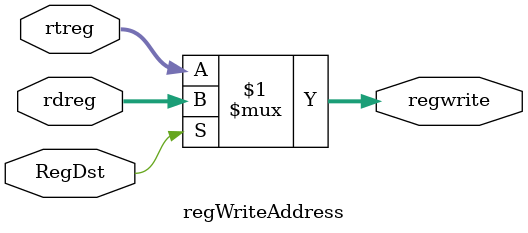
<source format=v>
`timescale 1ns / 1ps


module regWriteAddress(input RegDst, input [4:0] rtreg, input [4:0] rdreg, output [4:0] regwrite);
    assign regwrite = RegDst ? rdreg : rtreg;
endmodule

</source>
